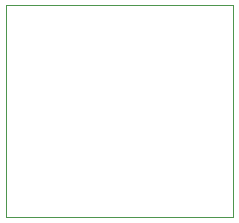
<source format=gm1>
G04 #@! TF.FileFunction,Profile,NP*
%FSLAX46Y46*%
G04 Gerber Fmt 4.6, Leading zero omitted, Abs format (unit mm)*
G04 Created by KiCad (PCBNEW 4.0.1-stable) date 5/29/2016 12:54:54 PM*
%MOMM*%
G01*
G04 APERTURE LIST*
%ADD10C,0.100000*%
G04 APERTURE END LIST*
D10*
X166270000Y-123500000D02*
X166270000Y-105580000D01*
X185440000Y-123500000D02*
X166270000Y-123500000D01*
X185440000Y-105580000D02*
X185440000Y-123500000D01*
X166270000Y-105580000D02*
X185440000Y-105580000D01*
M02*

</source>
